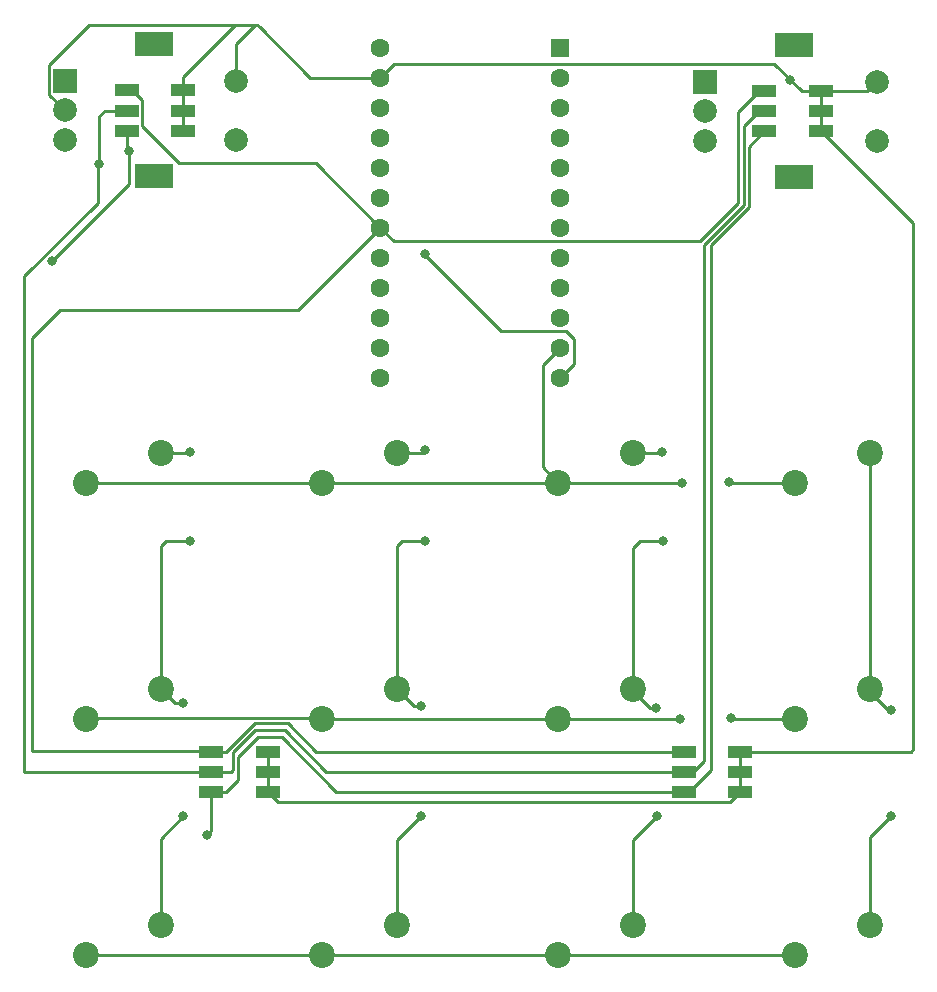
<source format=gbr>
%TF.GenerationSoftware,KiCad,Pcbnew,(6.0.10)*%
%TF.CreationDate,2023-03-17T10:19:52+01:00*%
%TF.ProjectId,MacroBoard_16keys,4d616372-6f42-46f6-9172-645f31366b65,rev?*%
%TF.SameCoordinates,Original*%
%TF.FileFunction,Copper,L2,Bot*%
%TF.FilePolarity,Positive*%
%FSLAX46Y46*%
G04 Gerber Fmt 4.6, Leading zero omitted, Abs format (unit mm)*
G04 Created by KiCad (PCBNEW (6.0.10)) date 2023-03-17 10:19:52*
%MOMM*%
%LPD*%
G01*
G04 APERTURE LIST*
%TA.AperFunction,ComponentPad*%
%ADD10C,2.200000*%
%TD*%
%TA.AperFunction,ComponentPad*%
%ADD11C,2.000000*%
%TD*%
%TA.AperFunction,ComponentPad*%
%ADD12R,3.200000X2.000000*%
%TD*%
%TA.AperFunction,ComponentPad*%
%ADD13R,2.000000X2.000000*%
%TD*%
%TA.AperFunction,SMDPad,CuDef*%
%ADD14R,2.000000X1.100000*%
%TD*%
%TA.AperFunction,ComponentPad*%
%ADD15R,1.600000X1.600000*%
%TD*%
%TA.AperFunction,ComponentPad*%
%ADD16C,1.600000*%
%TD*%
%TA.AperFunction,ViaPad*%
%ADD17C,0.800000*%
%TD*%
%TA.AperFunction,Conductor*%
%ADD18C,0.250000*%
%TD*%
G04 APERTURE END LIST*
D10*
%TO.P,SW10,2*%
%TO.N,Net-(SW10-Pad2)*%
X153410000Y-76140000D03*
%TO.P,SW10,1*%
%TO.N,Net-(SW10-Pad1)*%
X147060000Y-78680000D03*
%TD*%
%TO.P,SW6,1*%
%TO.N,Net-(SW10-Pad1)*%
X127060000Y-78680000D03*
%TO.P,SW6,2*%
%TO.N,Net-(SW6-Pad2)*%
X133410000Y-76140000D03*
%TD*%
%TO.P,SW16,1*%
%TO.N,Net-(SW12-Pad1)*%
X167060000Y-118680000D03*
%TO.P,SW16,2*%
%TO.N,Net-(SW14-Pad2)*%
X173410000Y-116140000D03*
%TD*%
%TO.P,SW7,1*%
%TO.N,Net-(SW11-Pad1)*%
X127060000Y-98680000D03*
%TO.P,SW7,2*%
%TO.N,Net-(SW6-Pad2)*%
X133410000Y-96140000D03*
%TD*%
%TO.P,SW4,2*%
%TO.N,Net-(SW2-Pad2)*%
X113410000Y-116140000D03*
%TO.P,SW4,1*%
%TO.N,Net-(SW12-Pad1)*%
X107060000Y-118680000D03*
%TD*%
D11*
%TO.P,SW1,S2,S2*%
%TO.N,GND*%
X119800000Y-44620000D03*
%TO.P,SW1,S1,S1*%
%TO.N,Net-(SW1-PadS1)*%
X119800000Y-49620000D03*
D12*
%TO.P,SW1,MP*%
%TO.N,N/C*%
X112800000Y-52720000D03*
X112800000Y-41520000D03*
D11*
%TO.P,SW1,C,C*%
%TO.N,GND*%
X105300000Y-47120000D03*
%TO.P,SW1,B,B*%
%TO.N,Net-(SW1-PadB)*%
X105300000Y-49620000D03*
D13*
%TO.P,SW1,A,A*%
%TO.N,Net-(SW1-PadA)*%
X105300000Y-44620000D03*
%TD*%
D10*
%TO.P,SW15,1*%
%TO.N,Net-(SW11-Pad1)*%
X167060000Y-98680000D03*
%TO.P,SW15,2*%
%TO.N,Net-(SW14-Pad2)*%
X173410000Y-96140000D03*
%TD*%
%TO.P,SW14,1*%
%TO.N,Net-(SW10-Pad1)*%
X167060000Y-78680000D03*
%TO.P,SW14,2*%
%TO.N,Net-(SW14-Pad2)*%
X173410000Y-76140000D03*
%TD*%
%TO.P,SW8,1*%
%TO.N,Net-(SW12-Pad1)*%
X127060000Y-118680000D03*
%TO.P,SW8,2*%
%TO.N,Net-(SW6-Pad2)*%
X133410000Y-116140000D03*
%TD*%
D13*
%TO.P,SW5,A,A*%
%TO.N,Net-(SW5-PadA)*%
X159500000Y-44700000D03*
D11*
%TO.P,SW5,B,B*%
%TO.N,Net-(SW5-PadB)*%
X159500000Y-49700000D03*
%TO.P,SW5,C,C*%
%TO.N,GND*%
X159500000Y-47200000D03*
D12*
%TO.P,SW5,MP*%
%TO.N,N/C*%
X167000000Y-41600000D03*
X167000000Y-52800000D03*
D11*
%TO.P,SW5,S1,S1*%
%TO.N,Net-(SW5-PadS1)*%
X174000000Y-49700000D03*
%TO.P,SW5,S2,S2*%
%TO.N,GND*%
X174000000Y-44700000D03*
%TD*%
D10*
%TO.P,SW2,1*%
%TO.N,Net-(SW10-Pad1)*%
X107060000Y-78680000D03*
%TO.P,SW2,2*%
%TO.N,Net-(SW2-Pad2)*%
X113410000Y-76140000D03*
%TD*%
%TO.P,SW12,1*%
%TO.N,Net-(SW12-Pad1)*%
X147060000Y-118680000D03*
%TO.P,SW12,2*%
%TO.N,Net-(SW10-Pad2)*%
X153410000Y-116140000D03*
%TD*%
%TO.P,SW11,2*%
%TO.N,Net-(SW10-Pad2)*%
X153410000Y-96140000D03*
%TO.P,SW11,1*%
%TO.N,Net-(SW11-Pad1)*%
X147060000Y-98680000D03*
%TD*%
%TO.P,SW3,1*%
%TO.N,Net-(SW11-Pad1)*%
X107060000Y-98680000D03*
%TO.P,SW3,2*%
%TO.N,Net-(SW2-Pad2)*%
X113410000Y-96140000D03*
%TD*%
D14*
%TO.P,D1,1,RK*%
%TO.N,GND*%
X169300000Y-45500000D03*
%TO.P,D1,2,GK*%
X169300000Y-47200000D03*
%TO.P,D1,3,BK*%
X169300000Y-48900000D03*
%TO.P,D1,4,BA*%
%TO.N,Net-(D1-Pad4)*%
X164500000Y-48900000D03*
%TO.P,D1,5,GA*%
%TO.N,Net-(D1-Pad5)*%
X164500000Y-47200000D03*
%TO.P,D1,6,RA*%
%TO.N,Net-(D1-Pad6)*%
X164500000Y-45500000D03*
%TD*%
%TO.P,D2,1,RK*%
%TO.N,GND*%
X162475000Y-101425000D03*
%TO.P,D2,2,GK*%
X162475000Y-103125000D03*
%TO.P,D2,3,BK*%
X162475000Y-104825000D03*
%TO.P,D2,4,BA*%
%TO.N,Net-(D1-Pad4)*%
X157675000Y-104825000D03*
%TO.P,D2,5,GA*%
%TO.N,Net-(D1-Pad5)*%
X157675000Y-103125000D03*
%TO.P,D2,6,RA*%
%TO.N,Net-(D1-Pad6)*%
X157675000Y-101425000D03*
%TD*%
%TO.P,D3,1,RK*%
%TO.N,GND*%
X122475000Y-101425000D03*
%TO.P,D3,2,GK*%
X122475000Y-103125000D03*
%TO.P,D3,3,BK*%
X122475000Y-104825000D03*
%TO.P,D3,4,BA*%
%TO.N,Net-(D1-Pad4)*%
X117675000Y-104825000D03*
%TO.P,D3,5,GA*%
%TO.N,Net-(D1-Pad5)*%
X117675000Y-103125000D03*
%TO.P,D3,6,RA*%
%TO.N,Net-(D1-Pad6)*%
X117675000Y-101425000D03*
%TD*%
D15*
%TO.P,U1,1,TX*%
%TO.N,unconnected-(U1-Pad1)*%
X147220000Y-41830000D03*
D16*
%TO.P,U1,2,RX*%
%TO.N,unconnected-(U1-Pad2)*%
X147220000Y-44370000D03*
%TO.P,U1,3,GND*%
%TO.N,unconnected-(U1-Pad3)*%
X147220000Y-46910000D03*
%TO.P,U1,4,GND*%
%TO.N,unconnected-(U1-Pad4)*%
X147220000Y-49450000D03*
%TO.P,U1,5,SDA*%
%TO.N,Net-(SW2-Pad2)*%
X147220000Y-51990000D03*
%TO.P,U1,6,SCL*%
%TO.N,Net-(SW6-Pad2)*%
X147220000Y-54530000D03*
%TO.P,U1,7,D4*%
%TO.N,Net-(SW10-Pad2)*%
X147220000Y-57070000D03*
%TO.P,U1,8,C6*%
%TO.N,Net-(SW14-Pad2)*%
X147220000Y-59610000D03*
%TO.P,U1,9,D7*%
%TO.N,Net-(SW12-Pad1)*%
X147220000Y-62150000D03*
%TO.P,U1,10,E6*%
%TO.N,Net-(SW11-Pad1)*%
X147220000Y-64690000D03*
%TO.P,U1,11,B4*%
%TO.N,Net-(SW10-Pad1)*%
X147220000Y-67230000D03*
%TO.P,U1,12,B5*%
%TO.N,Net-(SW1-PadS1)*%
X147220000Y-69770000D03*
%TO.P,U1,13,B6*%
%TO.N,Net-(SW1-PadB)*%
X131980000Y-69770000D03*
%TO.P,U1,14,B2*%
%TO.N,Net-(SW1-PadA)*%
X131980000Y-67230000D03*
%TO.P,U1,15,B3*%
%TO.N,Net-(SW5-PadB)*%
X131980000Y-64690000D03*
%TO.P,U1,16,B1*%
%TO.N,Net-(SW5-PadA)*%
X131980000Y-62150000D03*
%TO.P,U1,17,F7*%
%TO.N,Net-(SW5-PadS1)*%
X131980000Y-59610000D03*
%TO.P,U1,18,F6*%
%TO.N,Net-(D1-Pad6)*%
X131980000Y-57070000D03*
%TO.P,U1,19,F5*%
%TO.N,Net-(D1-Pad5)*%
X131980000Y-54530000D03*
%TO.P,U1,20,F4*%
%TO.N,Net-(D1-Pad4)*%
X131980000Y-51990000D03*
%TO.P,U1,21,VCC*%
%TO.N,unconnected-(U1-Pad21)*%
X131980000Y-49450000D03*
%TO.P,U1,22,RST*%
%TO.N,unconnected-(U1-Pad22)*%
X131980000Y-46910000D03*
%TO.P,U1,23,GND*%
%TO.N,GND*%
X131980000Y-44370000D03*
%TO.P,U1,24,RAW*%
%TO.N,unconnected-(U1-Pad24)*%
X131980000Y-41830000D03*
%TD*%
D14*
%TO.P,D4,1,RK*%
%TO.N,GND*%
X115300000Y-45450000D03*
%TO.P,D4,2,GK*%
X115300000Y-47150000D03*
%TO.P,D4,3,BK*%
X115300000Y-48850000D03*
%TO.P,D4,4,BA*%
%TO.N,Net-(D1-Pad4)*%
X110500000Y-48850000D03*
%TO.P,D4,5,GA*%
%TO.N,Net-(D1-Pad5)*%
X110500000Y-47150000D03*
%TO.P,D4,6,RA*%
%TO.N,Net-(D1-Pad6)*%
X110500000Y-45450000D03*
%TD*%
D17*
%TO.N,Net-(D1-Pad4)*%
X117300000Y-108500000D03*
X104200000Y-59900000D03*
X110700000Y-50600000D03*
%TO.N,Net-(D1-Pad5)*%
X108200000Y-51700000D03*
%TO.N,Net-(SW10-Pad1)*%
X157500000Y-78700000D03*
X161500000Y-78600000D03*
%TO.N,Net-(SW11-Pad1)*%
X161700000Y-98600000D03*
X157320000Y-98680000D03*
%TO.N,GND*%
X166675000Y-44525000D03*
%TO.N,Net-(SW10-Pad2)*%
X155300000Y-97700000D03*
X155900000Y-83600000D03*
X155450000Y-106850000D03*
X155800000Y-76100000D03*
%TO.N,Net-(SW2-Pad2)*%
X115300000Y-97300000D03*
X115900000Y-76100000D03*
X115300000Y-106900000D03*
X115900000Y-83600000D03*
%TO.N,Net-(SW6-Pad2)*%
X135800000Y-83600000D03*
X135400000Y-106900000D03*
X135400000Y-97600000D03*
X135800000Y-75900000D03*
%TO.N,Net-(SW14-Pad2)*%
X175200000Y-97930000D03*
X175200000Y-106900000D03*
%TO.N,Net-(SW1-PadS1)*%
X135800495Y-59299505D03*
%TD*%
D18*
%TO.N,Net-(D1-Pad6)*%
X124150000Y-99000000D02*
X126575000Y-101425000D01*
X121350000Y-99000000D02*
X124150000Y-99000000D01*
X118925000Y-101425000D02*
X121350000Y-99000000D01*
X126575000Y-101425000D02*
X157675000Y-101425000D01*
X117675000Y-101425000D02*
X118925000Y-101425000D01*
%TO.N,Net-(D1-Pad5)*%
X121386396Y-99600000D02*
X119500000Y-101486396D01*
X119500000Y-101486396D02*
X119500000Y-103000000D01*
X123900000Y-99600000D02*
X121386396Y-99600000D01*
X119375000Y-103125000D02*
X117675000Y-103125000D01*
X157675000Y-103125000D02*
X127425000Y-103125000D01*
X127425000Y-103125000D02*
X123900000Y-99600000D01*
X119500000Y-103000000D02*
X119375000Y-103125000D01*
%TO.N,Net-(D1-Pad4)*%
X123650000Y-100200000D02*
X128275000Y-104825000D01*
X121600000Y-100200000D02*
X123650000Y-100200000D01*
X119950000Y-101850000D02*
X121600000Y-100200000D01*
X128275000Y-104825000D02*
X157675000Y-104825000D01*
X118925000Y-104825000D02*
X119950000Y-103800000D01*
X119950000Y-103800000D02*
X119950000Y-101850000D01*
X117675000Y-104825000D02*
X118925000Y-104825000D01*
%TO.N,Net-(D1-Pad5)*%
X101800000Y-103125000D02*
X117675000Y-103125000D01*
X108050000Y-54950000D02*
X101800000Y-61200000D01*
X108200000Y-51820000D02*
X108050000Y-51970000D01*
X108050000Y-51970000D02*
X108050000Y-54950000D01*
X108200000Y-51700000D02*
X108200000Y-51820000D01*
X101800000Y-61200000D02*
X101800000Y-103125000D01*
%TO.N,Net-(D1-Pad4)*%
X110700000Y-53400000D02*
X110700000Y-50600000D01*
X104200000Y-59900000D02*
X110700000Y-53400000D01*
%TO.N,GND*%
X118285000Y-41355000D02*
X119720000Y-39920000D01*
X118265000Y-41355000D02*
X118285000Y-41355000D01*
X115300000Y-45450000D02*
X115300000Y-44320000D01*
X119720000Y-39920000D02*
X121580000Y-39920000D01*
X107350000Y-39920000D02*
X119720000Y-39920000D01*
X115300000Y-44320000D02*
X118265000Y-41355000D01*
X121380000Y-39920000D02*
X121580000Y-39920000D01*
X119800000Y-41500000D02*
X121380000Y-39920000D01*
X121580000Y-39920000D02*
X121760000Y-40100000D01*
X103975000Y-43295000D02*
X107350000Y-39920000D01*
X105300000Y-47120000D02*
X103975000Y-45795000D01*
X103975000Y-45795000D02*
X103975000Y-43295000D01*
X126030000Y-44370000D02*
X131980000Y-44370000D01*
X121760000Y-40100000D02*
X126030000Y-44370000D01*
%TO.N,Net-(SW2-Pad2)*%
X115860000Y-76140000D02*
X113410000Y-76140000D01*
X115900000Y-76100000D02*
X115860000Y-76140000D01*
%TO.N,Net-(SW6-Pad2)*%
X135560000Y-76140000D02*
X133410000Y-76140000D01*
X135800000Y-75900000D02*
X135560000Y-76140000D01*
%TO.N,Net-(SW10-Pad2)*%
X155800000Y-76100000D02*
X155760000Y-76140000D01*
X155760000Y-76140000D02*
X153410000Y-76140000D01*
X154000000Y-83600000D02*
X153410000Y-84190000D01*
X155900000Y-83600000D02*
X154000000Y-83600000D01*
X153410000Y-84190000D02*
X153410000Y-96140000D01*
%TO.N,Net-(SW6-Pad2)*%
X133410000Y-83990000D02*
X133410000Y-96140000D01*
X135800000Y-83600000D02*
X133800000Y-83600000D01*
X133800000Y-83600000D02*
X133410000Y-83990000D01*
%TO.N,Net-(SW2-Pad2)*%
X113800000Y-83600000D02*
X113410000Y-83990000D01*
X113410000Y-83990000D02*
X113410000Y-96140000D01*
X115900000Y-83600000D02*
X113800000Y-83600000D01*
%TO.N,Net-(SW14-Pad2)*%
X174930000Y-97930000D02*
X175200000Y-97930000D01*
X173410000Y-96410000D02*
X174930000Y-97930000D01*
X173410000Y-96140000D02*
X173410000Y-96410000D01*
%TO.N,Net-(SW10-Pad2)*%
X154800000Y-97700000D02*
X155300000Y-97700000D01*
X153410000Y-96310000D02*
X154800000Y-97700000D01*
X153410000Y-96140000D02*
X153410000Y-96310000D01*
%TO.N,Net-(SW6-Pad2)*%
X133410000Y-113137586D02*
X133410000Y-116140000D01*
X133400000Y-113127586D02*
X133410000Y-113137586D01*
X133400000Y-108900000D02*
X133400000Y-113127586D01*
X135400000Y-106900000D02*
X133400000Y-108900000D01*
%TO.N,Net-(SW2-Pad2)*%
X115300000Y-106900000D02*
X113410000Y-108790000D01*
X113410000Y-108790000D02*
X113410000Y-116140000D01*
%TO.N,Net-(D1-Pad4)*%
X117675000Y-104825000D02*
X117675000Y-108125000D01*
X110500000Y-50400000D02*
X110500000Y-48850000D01*
X158125000Y-104825000D02*
X160000000Y-102950000D01*
X157675000Y-104825000D02*
X158125000Y-104825000D01*
X117675000Y-108125000D02*
X117300000Y-108500000D01*
X160000000Y-102950000D02*
X160000000Y-58546625D01*
X163200000Y-50200000D02*
X164500000Y-48900000D01*
X163200000Y-55346625D02*
X163200000Y-50200000D01*
X160000000Y-58546625D02*
X163200000Y-55346625D01*
%TO.N,Net-(D1-Pad5)*%
X162750000Y-55160229D02*
X162750000Y-48500000D01*
X159400000Y-102200000D02*
X159400000Y-58510229D01*
X108670000Y-47150000D02*
X108200000Y-47620000D01*
X159400000Y-58510229D02*
X162750000Y-55160229D01*
X157675000Y-103125000D02*
X158475000Y-103125000D01*
X162750000Y-48500000D02*
X164050000Y-47200000D01*
X108200000Y-47620000D02*
X108200000Y-51700000D01*
X110500000Y-47150000D02*
X108670000Y-47150000D01*
X158475000Y-103125000D02*
X159400000Y-102200000D01*
X164050000Y-47200000D02*
X164500000Y-47200000D01*
%TO.N,Net-(D1-Pad6)*%
X117650000Y-101400000D02*
X102500000Y-101400000D01*
X111000000Y-45450000D02*
X111825000Y-46275000D01*
X117675000Y-101425000D02*
X117650000Y-101400000D01*
X102500000Y-101400000D02*
X102500000Y-66400000D01*
X110500000Y-45450000D02*
X111000000Y-45450000D01*
X133105000Y-58195000D02*
X159078833Y-58195000D01*
X114930000Y-51600000D02*
X126510000Y-51600000D01*
X104900000Y-64000000D02*
X125050000Y-64000000D01*
X164050000Y-45500000D02*
X164500000Y-45500000D01*
X159078833Y-58195000D02*
X162300000Y-54973833D01*
X162300000Y-47250000D02*
X164050000Y-45500000D01*
X131980000Y-57070000D02*
X133105000Y-58195000D01*
X162300000Y-54973833D02*
X162300000Y-47250000D01*
X125050000Y-64000000D02*
X131980000Y-57070000D01*
X111825000Y-46275000D02*
X111825000Y-48495000D01*
X126510000Y-51600000D02*
X131980000Y-57070000D01*
X111825000Y-48495000D02*
X114930000Y-51600000D01*
X102500000Y-66400000D02*
X104900000Y-64000000D01*
%TO.N,Net-(SW10-Pad1)*%
X161500000Y-78600000D02*
X161580000Y-78680000D01*
X147060000Y-78680000D02*
X157480000Y-78680000D01*
X157500000Y-78700000D02*
X157480000Y-78680000D01*
X145745001Y-77365001D02*
X147060000Y-78680000D01*
X147060000Y-78680000D02*
X127060000Y-78680000D01*
X145745001Y-68704999D02*
X145745001Y-77365001D01*
X161580000Y-78680000D02*
X167060000Y-78680000D01*
X107060000Y-78680000D02*
X127060000Y-78680000D01*
X147220000Y-67230000D02*
X145745001Y-68704999D01*
%TO.N,Net-(SW11-Pad1)*%
X121163604Y-98550000D02*
X126930000Y-98550000D01*
X127060000Y-98680000D02*
X147060000Y-98680000D01*
X107140000Y-98600000D02*
X121113604Y-98600000D01*
X107060000Y-98680000D02*
X107140000Y-98600000D01*
X167060000Y-98680000D02*
X161780000Y-98680000D01*
X121113604Y-98600000D02*
X121163604Y-98550000D01*
X126930000Y-98550000D02*
X127060000Y-98680000D01*
X147060000Y-98680000D02*
X157320000Y-98680000D01*
X161780000Y-98680000D02*
X161700000Y-98600000D01*
%TO.N,Net-(SW12-Pad1)*%
X107060000Y-118680000D02*
X127060000Y-118680000D01*
X147060000Y-118680000D02*
X167060000Y-118680000D01*
X127060000Y-118680000D02*
X147060000Y-118680000D01*
%TO.N,GND*%
X162475000Y-101425000D02*
X162475000Y-103125000D01*
X115300000Y-47150000D02*
X115300000Y-48850000D01*
X153300000Y-43200000D02*
X153600000Y-43200000D01*
X169300000Y-45500000D02*
X169300000Y-47200000D01*
X162475000Y-101425000D02*
X176875000Y-101425000D01*
X119800000Y-41500000D02*
X119800000Y-44620000D01*
X133150000Y-43200000D02*
X149500000Y-43200000D01*
X169300000Y-45500000D02*
X167650000Y-45500000D01*
X115300000Y-45450000D02*
X115300000Y-47150000D01*
X173200000Y-45500000D02*
X174000000Y-44700000D01*
X122475000Y-104825000D02*
X123350000Y-105700000D01*
X131980000Y-44370000D02*
X133150000Y-43200000D01*
X169300000Y-48900000D02*
X177100000Y-56700000D01*
X169300000Y-47200000D02*
X169300000Y-48900000D01*
X165350000Y-43200000D02*
X153600000Y-43200000D01*
X162475000Y-104825000D02*
X162475000Y-103125000D01*
X167650000Y-45500000D02*
X165350000Y-43200000D01*
X176875000Y-101425000D02*
X177100000Y-101200000D01*
X161600000Y-105700000D02*
X162475000Y-104825000D01*
X149500000Y-43200000D02*
X153300000Y-43200000D01*
X122475000Y-104825000D02*
X122475000Y-103125000D01*
X122475000Y-103125000D02*
X122475000Y-101425000D01*
X123350000Y-105700000D02*
X161600000Y-105700000D01*
X169300000Y-45500000D02*
X173200000Y-45500000D01*
X177100000Y-56700000D02*
X177100000Y-101200000D01*
%TO.N,Net-(SW10-Pad2)*%
X153410000Y-108890000D02*
X155450000Y-106850000D01*
X153410000Y-116140000D02*
X153410000Y-108890000D01*
%TO.N,Net-(SW2-Pad2)*%
X113410000Y-96140000D02*
X114570000Y-97300000D01*
X114570000Y-97300000D02*
X115300000Y-97300000D01*
%TO.N,Net-(SW6-Pad2)*%
X134870000Y-97600000D02*
X135400000Y-97600000D01*
X133410000Y-96140000D02*
X134870000Y-97600000D01*
%TO.N,Net-(SW14-Pad2)*%
X175200000Y-106900000D02*
X173410000Y-108690000D01*
X173410000Y-96140000D02*
X173410000Y-76140000D01*
X173410000Y-108690000D02*
X173410000Y-116140000D01*
%TO.N,Net-(SW1-PadS1)*%
X135800495Y-59299505D02*
X135800495Y-59400495D01*
X148345000Y-68645000D02*
X147220000Y-69770000D01*
X142215000Y-65815000D02*
X147685991Y-65815000D01*
X135800495Y-59400495D02*
X142215000Y-65815000D01*
X148345000Y-66474009D02*
X148345000Y-68645000D01*
X147685991Y-65815000D02*
X148345000Y-66474009D01*
%TD*%
M02*

</source>
